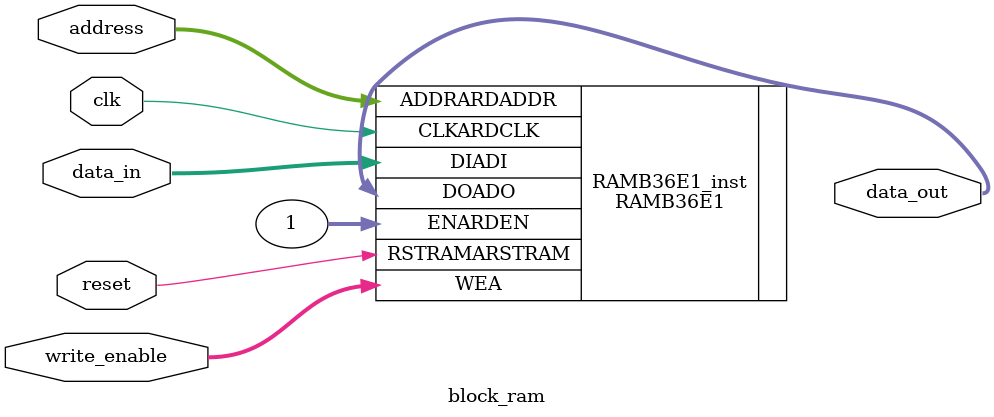
<source format=v>
`timescale 1ns / 1ps

/*
This module is the block ram. We have set the variables needed and all the parameters
for the function we want to achieve.
*/
module block_ram(clk, reset, address, data_in, data_out, write_enable);
    
    input clk, reset;
    input [15:0] address;
    input [31:0] data_in;
    output [31:0] data_out;
    input [3:0] write_enable;
    
    
    
    //  RAMB36E1   : In order to incorporate this function into the design,
    //   Verilog   : the following instance declaration needs to be placed
    //  instance   : in the body of the design code.  The instance name
    // declaration : (RAMB36E1_inst) and/or the port declarations within the
    //    code     : parenthesis may be changed to properly reference and
    //             : connect this function to the design.  All inputs
    //             : and outputs must be connected.
    
    //  <-----Cut code below this line---->
    
       // RAMB36E1: 36K-bit Configurable Synchronous Block RAM
       //           Artix-7
       // Xilinx HDL Language Template, version 2017.4
    
       RAMB36E1 #(
          // Address Collision Mode: "PERFORMANCE" or "DELAYED_WRITE" 
          .RDADDR_COLLISION_HWCONFIG("DELAYED_WRITE"),
          // Collision check: Values ("ALL", "WARNING_ONLY", "GENERATE_X_ONLY" or "NONE")
          .SIM_COLLISION_CHECK("ALL"),
          // DOA_REG, DOB_REG: Optional output register (0 or 1)
          .DOA_REG(0),
          //.DOB_REG(0),
          .EN_ECC_READ("FALSE"),                                                            // Enable ECC decoder,
                                                                                            // FALSE, TRUE
          .EN_ECC_WRITE("FALSE"),                                                           // Enable ECC encoder,
                                                                                            // FALSE, TRUE
          // INITP_00 to INITP_0F: Initial contents of the parity memory array
          .INITP_00(256'h0000000000000000000000000000000000000000000000000000000000000000),
          .INITP_01(256'h0000000000000000000000000000000000000000000000000000000000000000),
          .INITP_02(256'h0000000000000000000000000000000000000000000000000000000000000000),
          .INITP_03(256'h0000000000000000000000000000000000000000000000000000000000000000),
          .INITP_04(256'h0000000000000000000000000000000000000000000000000000000000000000),
          .INITP_05(256'h0000000000000000000000000000000000000000000000000000000000000000),
          .INITP_06(256'h0000000000000000000000000000000000000000000000000000000000000000),
          .INITP_07(256'h0000000000000000000000000000000000000000000000000000000000000000),
          .INITP_08(256'h0000000000000000000000000000000000000000000000000000000000000000),
          .INITP_09(256'h0000000000000000000000000000000000000000000000000000000000000000),
          .INITP_0A(256'h0000000000000000000000000000000000000000000000000000000000000000),
          .INITP_0B(256'h0000000000000000000000000000000000000000000000000000000000000000),
          .INITP_0C(256'h0000000000000000000000000000000000000000000000000000000000000000),
          .INITP_0D(256'h0000000000000000000000000000000000000000000000000000000000000000),
          .INITP_0E(256'h0000000000000000000000000000000000000000000000000000000000000000),
          .INITP_0F(256'h0000000000000000000000000000000000000000000000000000000000000000),
          // INIT_00 to INIT_7F: Initial contents of the data memory array
          .INIT_00(256'h0000000000000000000000000000000000000000000000000000000000000000),
          .INIT_01(256'h0000000000000000000000000000000000000000000000000000000000000000),
          .INIT_02(256'h0000000000000000000000000000000000000000000000000000000000000000),
          .INIT_03(256'h0000000000000000000000000000000000000000000000000000000000000000),
          .INIT_04(256'h0000000000000000000000000000000000000000000000000000000000000000),
          .INIT_05(256'h0000000000000000000000000000000000000000000000000000000000000000),
          .INIT_06(256'h0000000000000000000000000000000000000000000000000000000000000000),
          .INIT_07(256'h0000000000000000000000000000000000000000000000000000000000000000),
          .INIT_08(256'h0000000000000000000000000000000000000000000000000000000000000000),
          .INIT_09(256'h0000000000000000000000000000000000000000000000000000000000000000),
          .INIT_0A(256'h0000000000000000000000000000000000000000000000000000000000000000),
          .INIT_0B(256'h0000000000000000000000000000000000000000000000000000000000000000),
          .INIT_0C(256'h0000000000000000000000000000000000000000000000000000000000000000),
          .INIT_0D(256'h0000000000000000000000000000000000000000000000000000000000000000),
          .INIT_0E(256'h0000000000000000000000000000000000000000000000000000000000000000),
          .INIT_0F(256'h0000000000000000000000000000000000000000000000000000000000000000),
          .INIT_10(256'h0000000000000000000000000000000000000000000000000000000000000000),
          .INIT_11(256'h0000000000000000000000000000000000000000000000000000000000000000),
          .INIT_12(256'h0000000000000000000000000000000000000000000000000000000000000000),
          .INIT_13(256'h0000000000000000000000000000000000000000000000000000000000000000),
          .INIT_14(256'h0000000000000000000000000000000000000000000000000000000000000000),
          .INIT_15(256'h0000000000000000000000000000000000000000000000000000000000000000),
          .INIT_16(256'h0000000000000000000000000000000000000000000000000000000000000000),
          .INIT_17(256'h0000000000000000000000000000000000000000000000000000000000000000),
          .INIT_18(256'h0000000000000000000000000000000000000000000000000000000000000000),
          .INIT_19(256'h0000000000000000000000000000000000000000000000000000000000000000),
          .INIT_1A(256'h0000000000000000000000000000000000000000000000000000000000000000),
          .INIT_1B(256'h0000000000000000000000000000000000000000000000000000000000000000),
          .INIT_1C(256'h0000000000000000000000000000000000000000000000000000000000000000),
          .INIT_1D(256'h0000000000000000000000000000000000000000000000000000000000000000),
          .INIT_1E(256'h0000000000000000000000000000000000000000000000000000000000000000),
          .INIT_1F(256'h0000000000000000000000000000000000000000000000000000000000000000),
          .INIT_20(256'h0000000000000000000000000000000000000000000000000000000000000000),
          .INIT_21(256'h0000000000000000000000000000000000000000000000000000000000000000),
          .INIT_22(256'h0000000000000000000000000000000000000000000000000000000000000000),
          .INIT_23(256'h0000000000000000000000000000000000000000000000000000000000000000),
          .INIT_24(256'h0000000000000000000000000000000000000000000000000000000000000000),
          .INIT_25(256'h0000000000000000000000000000000000000000000000000000000000000000),
          .INIT_26(256'h0000000000000000000000000000000000000000000000000000000000000000),
          .INIT_27(256'h0000000000000000000000000000000000000000000000000000000000000000),
          .INIT_28(256'h0000000000000000000000000000000000000000000000000000000000000000),
          .INIT_29(256'h0000000000000000000000000000000000000000000000000000000000000000),
          .INIT_2A(256'h0000000000000000000000000000000000000000000000000000000000000000),
          .INIT_2B(256'h0000000000000000000000000000000000000000000000000000000000000000),
          .INIT_2C(256'h0000000000000000000000000000000000000000000000000000000000000000),
          .INIT_2D(256'h0000000000000000000000000000000000000000000000000000000000000000),
          .INIT_2E(256'h0000000000000000000000000000000000000000000000000000000000000000),
          .INIT_2F(256'h0000000000000000000000000000000000000000000000000000000000000000),
          .INIT_30(256'h0000000000000000000000000000000000000000000000000000000000000000),
          .INIT_31(256'h0000000000000000000000000000000000000000000000000000000000000000),
          .INIT_32(256'h0000000000000000000000000000000000000000000000000000000000000000),
          .INIT_33(256'h0000000000000000000000000000000000000000000000000000000000000000),
          .INIT_34(256'h0000000000000000000000000000000000000000000000000000000000000000),
          .INIT_35(256'h0000000000000000000000000000000000000000000000000000000000000000),
          .INIT_36(256'h0000000000000000000000000000000000000000000000000000000000000000),
          .INIT_37(256'h0000000000000000000000000000000000000000000000000000000000000000),
          .INIT_38(256'h0000000000000000000000000000000000000000000000000000000000000000),
          .INIT_39(256'h0000000000000000000000000000000000000000000000000000000000000000),
          .INIT_3A(256'h0000000000000000000000000000000000000000000000000000000000000000),
          .INIT_3B(256'h0000000000000000000000000000000000000000000000000000000000000000),
          .INIT_3C(256'h0000000000000000000000000000000000000000000000000000000000000000),
          .INIT_3D(256'h0000000000000000000000000000000000000000000000000000000000000000),
          .INIT_3E(256'h0000000000000000000000000000000000000000000000000000000000000000),
          .INIT_3F(256'h0000000000000000000000000000000000000000000000000000000000000000),
          .INIT_40(256'h0000000000000000000000000000000000000000000000000000000000000000),
          .INIT_41(256'h0000000000000000000000000000000000000000000000000000000000000000),
          .INIT_42(256'h0000000000000000000000000000000000000000000000000000000000000000),
          .INIT_43(256'h0000000000000000000000000000000000000000000000000000000000000000),
          .INIT_44(256'h0000000000000000000000000000000000000000000000000000000000000000),
          .INIT_45(256'h0000000000000000000000000000000000000000000000000000000000000000),
          .INIT_46(256'h0000000000000000000000000000000000000000000000000000000000000000),
          .INIT_47(256'h0000000000000000000000000000000000000000000000000000000000000000),
          .INIT_48(256'h0000000000000000000000000000000000000000000000000000000000000000),
          .INIT_49(256'h0000000000000000000000000000000000000000000000000000000000000000),
          .INIT_4A(256'h0000000000000000000000000000000000000000000000000000000000000000),
          .INIT_4B(256'h0000000000000000000000000000000000000000000000000000000000000000),
          .INIT_4C(256'h0000000000000000000000000000000000000000000000000000000000000000),
          .INIT_4D(256'h0000000000000000000000000000000000000000000000000000000000000000),
          .INIT_4E(256'h0000000000000000000000000000000000000000000000000000000000000000),
          .INIT_4F(256'h0000000000000000000000000000000000000000000000000000000000000000),
          .INIT_50(256'h0000000000000000000000000000000000000000000000000000000000000000),
          .INIT_51(256'h0000000000000000000000000000000000000000000000000000000000000000),
          .INIT_52(256'h0000000000000000000000000000000000000000000000000000000000000000),
          .INIT_53(256'h0000000000000000000000000000000000000000000000000000000000000000),
          .INIT_54(256'h0000000000000000000000000000000000000000000000000000000000000000),
          .INIT_55(256'h0000000000000000000000000000000000000000000000000000000000000000),
          .INIT_56(256'h0000000000000000000000000000000000000000000000000000000000000000),
          .INIT_57(256'h0000000000000000000000000000000000000000000000000000000000000000),
          .INIT_58(256'h0000000000000000000000000000000000000000000000000000000000000000),
          .INIT_59(256'h0000000000000000000000000000000000000000000000000000000000000000),
          .INIT_5A(256'h0000000000000000000000000000000000000000000000000000000000000000),
          .INIT_5B(256'h0000000000000000000000000000000000000000000000000000000000000000),
          .INIT_5C(256'h0000000000000000000000000000000000000000000000000000000000000000),
          .INIT_5D(256'h0000000000000000000000000000000000000000000000000000000000000000),
          .INIT_5E(256'h0000000000000000000000000000000000000000000000000000000000000000),
          .INIT_5F(256'h0000000000000000000000000000000000000000000000000000000000000000),
          .INIT_60(256'h0000000000000000000000000000000000000000000000000000000000000000),
          .INIT_61(256'h0000000000000000000000000000000000000000000000000000000000000000),
          .INIT_62(256'h0000000000000000000000000000000000000000000000000000000000000000),
          .INIT_63(256'h0000000000000000000000000000000000000000000000000000000000000000),
          .INIT_64(256'h0000000000000000000000000000000000000000000000000000000000000000),
          .INIT_65(256'h0000000000000000000000000000000000000000000000000000000000000000),
          .INIT_66(256'h0000000000000000000000000000000000000000000000000000000000000000),
          .INIT_67(256'h0000000000000000000000000000000000000000000000000000000000000000),
          .INIT_68(256'h0000000000000000000000000000000000000000000000000000000000000000),
          .INIT_69(256'h0000000000000000000000000000000000000000000000000000000000000000),
          .INIT_6A(256'h0000000000000000000000000000000000000000000000000000000000000000),
          .INIT_6B(256'h0000000000000000000000000000000000000000000000000000000000000000),
          .INIT_6C(256'h0000000000000000000000000000000000000000000000000000000000000000),
          .INIT_6D(256'h0000000000000000000000000000000000000000000000000000000000000000),
          .INIT_6E(256'h0000000000000000000000000000000000000000000000000000000000000000),
          .INIT_6F(256'h0000000000000000000000000000000000000000000000000000000000000000),
          .INIT_70(256'h0000000000000000000000000000000000000000000000000000000000000000),
          .INIT_71(256'h0000000000000000000000000000000000000000000000000000000000000000),
          .INIT_72(256'h0000000000000000000000000000000000000000000000000000000000000000),
          .INIT_73(256'h0000000000000000000000000000000000000000000000000000000000000000),
          .INIT_74(256'h0000000000000000000000000000000000000000000000000000000000000000),
          .INIT_75(256'h0000000000000000000000000000000000000000000000000000000000000000),
          .INIT_76(256'h0000000000000000000000000000000000000000000000000000000000000000),
          .INIT_77(256'h0000000000000000000000000000000000000000000000000000000000000000),
          .INIT_78(256'h0000000000000000000000000000000000000000000000000000000000000000),
          .INIT_79(256'h0000000000000000000000000000000000000000000000000000000000000000),
          .INIT_7A(256'h0000000000000000000000000000000000000000000000000000000000000000),
          .INIT_7B(256'h0000000000000000000000000000000000000000000000000000000000000000),
          .INIT_7C(256'h0000000000000000000000000000000000000000000000000000000000000000),
          .INIT_7D(256'h0000000000000000000000000000000000000000000000000000000000000000),
          .INIT_7E(256'h0000000000000000000000000000000000000000000000000000000000000000),
          .INIT_7F(256'h0000000000000000000000000000000000000000000000000000000000000000),
          // INIT_A, INIT_B: Initial values on output ports
          .INIT_A(36'h000000000),
          //.INIT_B(36'h000000000),
          // Initialization File: RAM initialization file
          .INIT_FILE("NONE"),
          // RAM Mode: "SDP" or "TDP" 
          .RAM_MODE("TDP"),
          // RAM_EXTENSION_A, RAM_EXTENSION_B: Selects cascade mode ("UPPER", "LOWER", or "NONE")
          .RAM_EXTENSION_A("NONE"),
          .RAM_EXTENSION_B("NONE"),
          // READ_WIDTH_A/B, WRITE_WIDTH_A/B: Read/write width per port
          .READ_WIDTH_A(36),                                                                 // 0-72
          //.READ_WIDTH_B(0),                                                                 // 0-36
          .WRITE_WIDTH_A(36),                                                                // 0-36
          //.WRITE_WIDTH_B(0),                                                                // 0-72
          // RSTREG_PRIORITY_A, RSTREG_PRIORITY_B: Reset or enable priority ("RSTREG" or "REGCE")
          .RSTREG_PRIORITY_A("RSTREG"),
          //.RSTREG_PRIORITY_B("RSTREG"),
          // SRVAL_A, SRVAL_B: Set/reset value for output
          .SRVAL_A(36'h000000000),
          //.SRVAL_B(36'h000000000),
          // Simulation Device: Must be set to "7SERIES" for simulation behavior
          .SIM_DEVICE("7SERIES"),
          // WriteMode: Value on output upon a write ("WRITE_FIRST", "READ_FIRST", or "NO_CHANGE")
          .WRITE_MODE_A("WRITE_FIRST")
          //.WRITE_MODE_B("WRITE_FIRST")
       )
       RAMB36E1_inst (
          // Cascade Signals: 1-bit (each) output: BRAM cascade ports (to create 64kx1)
          //.CASCADEOUTA(CASCADEOUTA),     // 1-bit output: A port cascade
          //.CASCADEOUTB(CASCADEOUTB),     // 1-bit output: B port cascade
          // ECC Signals: 1-bit (each) output: Error Correction Circuitry ports
          //.DBITERR(DBITERR),             // 1-bit output: Double bit error status
          //.ECCPARITY(ECCPARITY),         // 8-bit output: Generated error correction parity
          //.RDADDRECC(RDADDRECC),         // 9-bit output: ECC read address
          //.SBITERR(SBITERR),             // 1-bit output: Single bit error status
          // Port A Data: 32-bit (each) output: Port A data
          .DOADO(data_out),                 // 32-bit output: A port data/LSB data
          //.DOPADOP(DOPADOP),             // 4-bit output: A port parity/LSB parity
          // Port B Data: 32-bit (each) output: Port B data
          //.DOBDO(DOBDO),                 // 32-bit output: B port data/MSB data
          //.DOPBDOP(DOPBDOP),             // 4-bit output: B port parity/MSB parity
          // Cascade Signals: 1-bit (each) input: BRAM cascade ports (to create 64kx1)
          //.CASCADEINA(CASCADEINA),       // 1-bit input: A port cascade
          //.CASCADEINB(CASCADEINB),       // 1-bit input: B port cascade
          // ECC Signals: 1-bit (each) input: Error Correction Circuitry ports
          //.INJECTDBITERR(INJECTDBITERR), // 1-bit input: Inject a double bit error
          //.INJECTSBITERR(INJECTSBITERR), // 1-bit input: Inject a single bit error
          // Port A Address/Control Signals: 16-bit (each) input: Port A address and control signals (read port
          // when RAM_MODE="SDP")
          .ADDRARDADDR(address),     // 16-bit input: A port address/Read address
          .CLKARDCLK(clk),         // 1-bit input: A port clock/Read clock
          .ENARDEN(1),             // 1-bit input: A port enable/Read enable
          //.REGCEAREGCE(REGCEAREGCE),     // 1-bit input: A port register enable/Register enable
          .RSTRAMARSTRAM(reset), // 1-bit input: A port set/reset
          //.RSTREGARSTREG(RSTREGARSTREG), // 1-bit input: A port register set/reset
          .WEA(write_enable),                     // 4-bit input: A port write enable
          // Port A Data: 32-bit (each) input: Port A data
          .DIADI(data_in)                  // 32-bit input: A port data/LSB data
          //.DIPADIP(DIPADIP),             // 4-bit input: A port parity/LSB parity
          // Port B Address/Control Signals: 16-bit (each) input: Port B address and control signals (write port
          // when RAM_MODE="SDP")
          //.ADDRBWRADDR(ADDRBWRADDR),     // 16-bit input: B port address/Write address
          //.CLKBWRCLK(CLKBWRCLK),         // 1-bit input: B port clock/Write clock
          //.ENBWREN(ENBWREN),             // 1-bit input: B port enable/Write enable
          //.REGCEB(REGCEB),               // 1-bit input: B port register enable
          //.RSTRAMB(RSTRAMB),             // 1-bit input: B port set/reset
          //.RSTREGB(RSTREGB),             // 1-bit input: B port register set/reset
          //.WEBWE(WEBWE),                 // 8-bit input: B port write enable/Write enable
          // Port B Data: 32-bit (each) input: Port B data
          //.DIBDI(DIBDI),                 // 32-bit input: B port data/MSB data
          //.DIPBDIP(DIPBDIP)              // 4-bit input: B port parity/MSB parity
       );
    
       // End of RAMB36E1_inst instantiation
                        
endmodule

</source>
